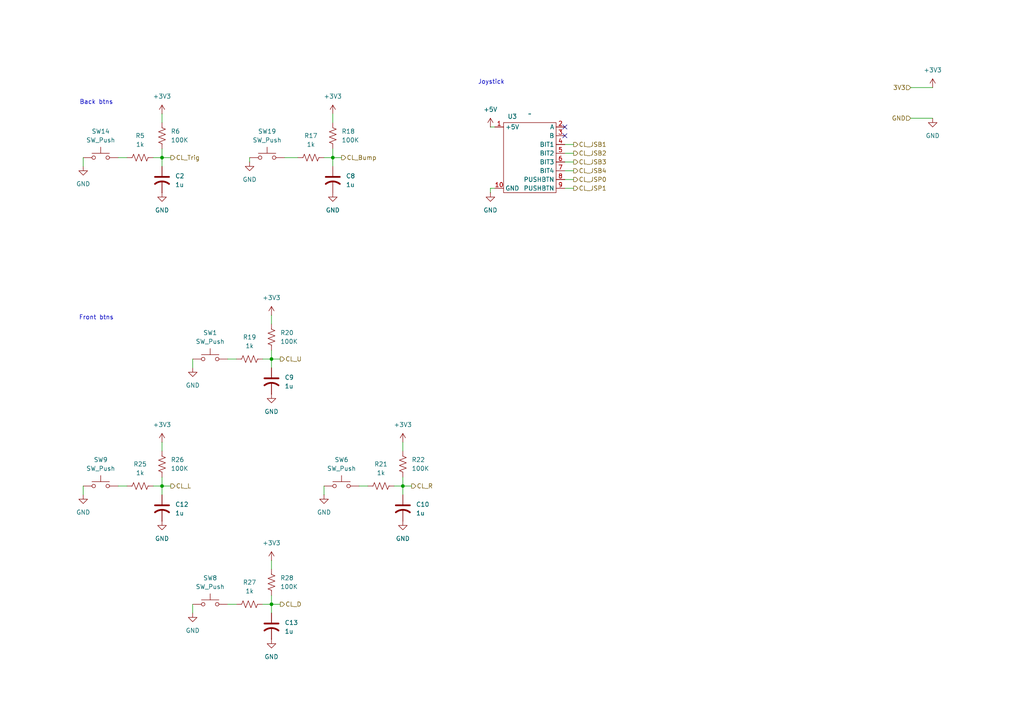
<source format=kicad_sch>
(kicad_sch (version 20250114) (generator "eeschema") (generator_version "9.0")
  (paper "A4")
  (lib_symbols
    (symbol "CM5_HighSpeedBreakout:SW_Push" (pin_numbers (hide yes)) (pin_names (offset 1.016) (hide yes))
      (property "Reference" "SW" (at 1.27 2.54 0))
      (property "Value" "SW_Push" (at 0 -1.524 0))
      (symbol "SW_Push_0_1"
        (circle (center -2.032 0) (radius 0.508))
        (polyline (pts (xy 0 1.27) (xy 0 3.048)))
        (circle (center 2.032 0) (radius 0.508))
        (polyline (pts (xy 2.54 1.27) (xy -2.54 1.27)))
        (pin passive line (at -5.08 0 0) (length 2.54) (name "1") (number "1"))
        (pin passive line (at 5.08 0 180) (length 2.54) (name "2") (number "2"))
      )
    )
    (symbol "Device:C_US" (pin_numbers (hide yes)) (pin_names (offset 0.254) (hide yes))
      (property "Reference" "C" (at 0.635 2.54 0))
      (property "Value" "C_US" (at 0.635 -2.54 0))
      (symbol "C_US_0_1"
        (polyline (pts (xy -2.032 0.762) (xy 2.032 0.762)) (stroke (width 0.508)))
        (arc (start -2.032 -1.27) (mid 0 -0.5572) (end 2.032 -1.27) (stroke (width 0.508)))
      )
      (symbol "C_US_1_1"
        (pin passive line (at 0 3.81 270) (length 2.794) (name "~") (number "1"))
        (pin passive line (at 0 -3.81 90) (length 3.302) (name "~") (number "2"))
      )
    )
    (symbol "Device:R_US" (pin_numbers (hide yes)) (pin_names (offset 0))
      (property "Reference" "R" (at 2.54 0 90))
      (property "Value" "R_US" (at -2.54 0 90))
      (symbol "R_US_0_1"
        (polyline (pts (xy 0 2.286) (xy 0 2.54)))
        (polyline (pts (xy 0 2.286) (xy 1.016 1.905) (xy 0 1.524) (xy -1.016 1.143) (xy 0 0.762)))
        (polyline (pts (xy 0 0.762) (xy 1.016 0.381) (xy 0 0) (xy -1.016 -0.381) (xy 0 -0.762)))
        (polyline (pts (xy 0 -0.762) (xy 1.016 -1.143) (xy 0 -1.524) (xy -1.016 -1.905) (xy 0 -2.286)))
        (polyline (pts (xy 0 -2.286) (xy 0 -2.54)))
      )
      (symbol "R_US_1_1"
        (pin passive line (at 0 3.81 270) (length 1.27) (name "~") (number "1"))
        (pin passive line (at 0 -3.81 90) (length 1.27) (name "~") (number "2"))
      )
    )
    (symbol "SBC_handheld:joystick_3axis"
      (property "Reference" "U" (at 0 0 0))
      (symbol "joystick_3axis_0_1"
        (rectangle (start -2.54 -1.27) (end 12.7 -21.59))
      )
      (symbol "joystick_3axis_1_1"
        (pin power_in line (at -5.08 -2.54 0) (length 2.54) (name "+5V") (number "1"))
        (pin power_in line (at -5.08 -20.32 0) (length 2.54) (name "GND") (number "10"))
        (pin output line (at 15.24 -2.54 180) (length 2.54) (name "A") (number "2"))
        (pin output line (at 15.24 -5.08 180) (length 2.54) (name "B") (number "3"))
        (pin output line (at 15.24 -7.62 180) (length 2.54) (name "BIT1") (number "4"))
        (pin output line (at 15.24 -10.16 180) (length 2.54) (name "BIT2") (number "5"))
        (pin output line (at 15.24 -12.7 180) (length 2.54) (name "BIT3") (number "6"))
        (pin output line (at 15.24 -15.24 180) (length 2.54) (name "BIT4") (number "7"))
        (pin output line (at 15.24 -17.78 180) (length 2.54) (name "PUSHBTN") (number "8"))
        (pin output line (at 15.24 -20.32 180) (length 2.54) (name "PUSHBTN") (number "9"))
      )
    )
    (symbol "power:+3V3" (power) (pin_numbers (hide yes)) (pin_names (offset 0) (hide yes))
      (property "Value" "+3V3" (at 0 3.556 0))
      (symbol "+3V3_0_1"
        (polyline (pts (xy -0.762 1.27) (xy 0 2.54)))
        (polyline (pts (xy 0 2.54) (xy 0.762 1.27)))
        (polyline (pts (xy 0 0) (xy 0 2.54)))
      )
      (symbol "+3V3_1_1"
        (pin power_in line (at 0 0 90) (length 0) (name "~") (number "1"))
      )
    )
    (symbol "power:+5V" (power) (pin_numbers (hide yes)) (pin_names (offset 0) (hide yes))
      (property "Value" "+5V" (at 0 3.556 0))
      (symbol "+5V_0_1"
        (polyline (pts (xy -0.762 1.27) (xy 0 2.54)))
        (polyline (pts (xy 0 2.54) (xy 0.762 1.27)))
        (polyline (pts (xy 0 0) (xy 0 2.54)))
      )
      (symbol "+5V_1_1"
        (pin power_in line (at 0 0 90) (length 0) (name "~") (number "1"))
      )
    )
    (symbol "power:GND" (power) (pin_numbers (hide yes)) (pin_names (offset 0) (hide yes))
      (property "Value" "GND" (at 0 -3.81 0))
      (symbol "GND_0_1"
        (polyline (pts (xy 0 0) (xy 0 -1.27) (xy 1.27 -1.27) (xy 0 -2.54) (xy -1.27 -1.27) (xy 0 -1.27)))
      )
      (symbol "GND_1_1"
        (pin power_in line (at 0 0 270) (length 0) (name "~") (number "1"))
      )
    )
  )
  (text "Front btns" (at 27.94 92.202 0) (effects (font (size 1.27 1.27))))
  (text "Back btns" (at 27.94 29.718 0) (effects (font (size 1.27 1.27))))
  (text "Joystick" (at 142.494 23.876 0) (effects (font (size 1.27 1.27))))
  (junction (at 78.74 175.26))
  (junction (at 46.99 45.72))
  (junction (at 46.99 140.97))
  (junction (at 116.84 140.97))
  (junction (at 96.52 45.72))
  (junction (at 78.74 104.14))
  (no_connect (at 163.83 36.83))
  (no_connect (at 163.83 39.37))
  (wire (pts (xy 96.52 43.18) (xy 96.52 45.72)))
  (wire (pts (xy 93.98 140.97) (xy 93.98 143.51)))
  (wire (pts (xy 55.9017 104.14) (xy 55.9017 106.68)))
  (wire (pts (xy 114.3 140.97) (xy 116.84 140.97)))
  (wire (pts (xy 116.84 130.81) (xy 116.84 128.27)))
  (wire (pts (xy 163.83 41.91) (xy 166.37 41.91)))
  (wire (pts (xy 78.74 93.98) (xy 78.74 91.44)))
  (wire (pts (xy 46.99 138.43) (xy 46.99 140.97)))
  (wire (pts (xy 24.13 140.97) (xy 24.13 143.51)))
  (wire (pts (xy 24.13 45.72) (xy 24.13 48.26)))
  (wire (pts (xy 46.99 140.97) (xy 46.99 143.51)))
  (wire (pts (xy 46.99 35.56) (xy 46.99 33.02)))
  (wire (pts (xy 72.39 45.72) (xy 72.39 46.99)))
  (wire (pts (xy 78.74 165.1) (xy 78.74 162.56)))
  (wire (pts (xy 34.29 45.72) (xy 36.83 45.72)))
  (wire (pts (xy 76.2 175.26) (xy 78.74 175.26)))
  (wire (pts (xy 264.16 34.29) (xy 270.51 34.29)))
  (wire (pts (xy 34.29 140.97) (xy 36.83 140.97)))
  (wire (pts (xy 96.52 45.72) (xy 96.52 48.26)))
  (wire (pts (xy 163.83 46.99) (xy 166.37 46.99)))
  (wire (pts (xy 82.55 45.72) (xy 86.36 45.72)))
  (wire (pts (xy 81.28 104.14) (xy 78.74 104.14)))
  (wire (pts (xy 116.84 138.43) (xy 116.84 140.97)))
  (wire (pts (xy 49.53 140.97) (xy 46.99 140.97)))
  (wire (pts (xy 142.24 54.61) (xy 143.51 54.61)))
  (wire (pts (xy 81.28 175.26) (xy 78.74 175.26)))
  (wire (pts (xy 66.04 104.14) (xy 68.58 104.14)))
  (wire (pts (xy 44.45 140.97) (xy 46.99 140.97)))
  (wire (pts (xy 104.14 140.97) (xy 106.68 140.97)))
  (wire (pts (xy 49.53 45.72) (xy 46.99 45.72)))
  (wire (pts (xy 46.99 130.81) (xy 46.99 128.27)))
  (wire (pts (xy 116.84 140.97) (xy 116.84 143.51)))
  (wire (pts (xy 46.99 43.18) (xy 46.99 45.72)))
  (wire (pts (xy 264.16 25.4) (xy 270.51 25.4)))
  (wire (pts (xy 66.04 175.26) (xy 68.58 175.26)))
  (wire (pts (xy 78.74 172.72) (xy 78.74 175.26)))
  (wire (pts (xy 46.99 45.72) (xy 46.99 48.26)))
  (wire (pts (xy 99.06 45.72) (xy 96.52 45.72)))
  (wire (pts (xy 44.45 45.72) (xy 46.99 45.72)))
  (wire (pts (xy 76.2 104.14) (xy 78.74 104.14)))
  (wire (pts (xy 93.98 45.72) (xy 96.52 45.72)))
  (wire (pts (xy 78.74 175.26) (xy 78.74 177.8)))
  (wire (pts (xy 78.74 101.6) (xy 78.74 104.14)))
  (wire (pts (xy 163.83 52.07) (xy 166.37 52.07)))
  (wire (pts (xy 55.88 175.26) (xy 55.88 177.8)))
  (wire (pts (xy 78.74 104.14) (xy 78.74 106.68)))
  (wire (pts (xy 163.83 54.61) (xy 166.37 54.61)))
  (wire (pts (xy 96.52 35.56) (xy 96.52 33.02)))
  (wire (pts (xy 163.83 44.45) (xy 166.37 44.45)))
  (wire (pts (xy 142.24 36.83) (xy 143.51 36.83)))
  (wire (pts (xy 119.38 140.97) (xy 116.84 140.97)))
  (wire (pts (xy 142.24 54.61) (xy 142.24 55.88)))
  (wire (pts (xy 163.83 49.53) (xy 166.37 49.53)))
  (hierarchical_label "CL_U" (shape output) (at 81.28 104.14 0))
  (hierarchical_label "CL_JSB2" (shape output) (at 166.37 44.45 0))
  (hierarchical_label "CL_Trig" (shape output) (at 49.53 45.72 0))
  (hierarchical_label "GND" (shape input) (at 264.16 34.29 180))
  (hierarchical_label "CL_JSP0" (shape output) (at 166.37 52.07 0))
  (hierarchical_label "CL_R" (shape output) (at 119.38 140.97 0))
  (hierarchical_label "CL_JSB1" (shape output) (at 166.37 41.91 0))
  (hierarchical_label "3V3" (shape input) (at 264.16 25.4 180))
  (hierarchical_label "CL_JSB4" (shape output) (at 166.37 49.53 0))
  (hierarchical_label "CL_Bump" (shape output) (at 99.06 45.72 0))
  (hierarchical_label "CL_D" (shape output) (at 81.28 175.26 0))
  (hierarchical_label "CL_JSB3" (shape output) (at 166.37 46.99 0))
  (hierarchical_label "CL_L" (shape output) (at 49.53 140.97 0))
  (hierarchical_label "CL_JSP1" (shape output) (at 166.37 54.61 0))
  (symbol (lib_id "power:+5V") (at 142.24 36.83 0) (unit 1)
    (property "Reference" "#PWR072" (effects (hide yes)))
    (property "Value" "+5V" (at 142.24 31.75 0))
    (property "Description" "Power symbol creates a global label with name \"+5V\"" (effects (hide yes)))
  )
  (symbol (lib_id "Device:R_US") (at 40.64 45.72 90) (unit 1)
    (property "Reference" "R5" (at 40.64 39.37 90))
    (property "Value" "1k" (at 40.64 41.91 90))
    (property "Description" "Resistor, US symbol" (effects (hide yes)))
  )
  (symbol (lib_id "power:GND") (at 270.51 34.29 0) (unit 1)
    (property "Reference" "#PWR066" (effects (hide yes)))
    (property "Value" "GND" (at 270.51 39.37 0))
    (property "Description" "Power symbol creates a global label with name \"GND\" , ground" (effects (hide yes)))
  )
  (symbol (lib_id "power:GND") (at 78.74 185.42 0) (unit 1)
    (property "Reference" "#PWR071" (effects (hide yes)))
    (property "Value" "GND" (at 78.74 190.5 0))
    (property "Description" "Power symbol creates a global label with name \"GND\" , ground" (effects (hide yes)))
  )
  (symbol (lib_id "Device:R_US") (at 78.74 168.91 0) (unit 1)
    (property "Reference" "R28" (at 81.28 167.6399 0) (effects (justify left)))
    (property "Value" "100K" (at 81.28 170.1799 0) (effects (justify left)))
    (property "Description" "Resistor, US symbol" (effects (hide yes)))
  )
  (symbol (lib_id "power:GND") (at 142.24 55.88 0) (unit 1)
    (property "Reference" "#PWR073" (effects (hide yes)))
    (property "Value" "GND" (at 142.24 60.96 0))
    (property "Description" "Power symbol creates a global label with name \"GND\" , ground" (effects (hide yes)))
  )
  (symbol (lib_id "power:+3V3") (at 270.51 25.4 0) (unit 1)
    (property "Reference" "#PWR065" (effects (hide yes)))
    (property "Value" "+3V3" (at 270.51 20.32 0))
    (property "Description" "Power symbol creates a global label with name \"+3V3\"" (effects (hide yes)))
  )
  (symbol (lib_id "Device:C_US") (at 116.84 147.32 0) (unit 1)
    (property "Reference" "C10" (at 120.65 146.3039 0) (effects (justify left)))
    (property "Value" "1u" (at 120.65 148.8439 0) (effects (justify left)))
    (property "Description" "capacitor, US symbol" (effects (hide yes)))
  )
  (symbol (lib_id "power:GND") (at 78.74 114.3 0) (unit 1)
    (property "Reference" "#PWR061" (effects (hide yes)))
    (property "Value" "GND" (at 78.74 119.38 0))
    (property "Description" "Power symbol creates a global label with name \"GND\" , ground" (effects (hide yes)))
  )
  (symbol (lib_id "power:GND") (at 96.52 55.88 0) (unit 1)
    (property "Reference" "#PWR057" (effects (hide yes)))
    (property "Value" "GND" (at 96.52 60.96 0))
    (property "Description" "Power symbol creates a global label with name \"GND\" , ground" (effects (hide yes)))
  )
  (symbol (lib_id "CM5_HighSpeedBreakout:SW_Push") (at 29.21 45.72 0) (unit 1)
    (property "Reference" "SW14" (at 29.21 38.1 0))
    (property "Value" "SW_Push" (at 29.21 40.64 0))
    (property "Description" "Push button switch, generic, two pins" (effects (hide yes)))
  )
  (symbol (lib_id "power:GND") (at 46.99 151.13 0) (unit 1)
    (property "Reference" "#PWR068" (effects (hide yes)))
    (property "Value" "GND" (at 46.99 156.21 0))
    (property "Description" "Power symbol creates a global label with name \"GND\" , ground" (effects (hide yes)))
  )
  (symbol (lib_id "power:GND") (at 55.9017 106.68 0) (unit 1)
    (property "Reference" "#PWR054" (effects (hide yes)))
    (property "Value" "GND" (at 55.9017 111.76 0))
    (property "Description" "Power symbol creates a global label with name \"GND\" , ground" (effects (hide yes)))
  )
  (symbol (lib_id "power:+3V3") (at 78.74 91.44 0) (unit 1)
    (property "Reference" "#PWR059" (effects (hide yes)))
    (property "Value" "+3V3" (at 78.74 86.36 0))
    (property "Description" "Power symbol creates a global label with name \"+3V3\"" (effects (hide yes)))
  )
  (symbol (lib_id "Device:R_US") (at 78.74 97.79 0) (unit 1)
    (property "Reference" "R20" (at 81.28 96.5199 0) (effects (justify left)))
    (property "Value" "100K" (at 81.28 99.0599 0) (effects (justify left)))
    (property "Description" "Resistor, US symbol" (effects (hide yes)))
  )
  (symbol (lib_id "power:GND") (at 24.13 48.26 0) (unit 1)
    (property "Reference" "#PWR052" (effects (hide yes)))
    (property "Value" "GND" (at 24.13 53.34 0))
    (property "Description" "Power symbol creates a global label with name \"GND\" , ground" (effects (hide yes)))
  )
  (symbol (lib_id "power:+3V3") (at 78.74 162.56 0) (unit 1)
    (property "Reference" "#PWR070" (effects (hide yes)))
    (property "Value" "+3V3" (at 78.74 157.48 0))
    (property "Description" "Power symbol creates a global label with name \"+3V3\"" (effects (hide yes)))
  )
  (symbol (lib_id "Device:R_US") (at 110.49 140.97 90) (unit 1)
    (property "Reference" "R21" (at 110.49 134.62 90))
    (property "Value" "1k" (at 110.49 137.16 90))
    (property "Description" "Resistor, US symbol" (effects (hide yes)))
  )
  (symbol (lib_id "power:+3V3") (at 46.99 128.27 0) (unit 1)
    (property "Reference" "#PWR067" (effects (hide yes)))
    (property "Value" "+3V3" (at 46.99 123.19 0))
    (property "Description" "Power symbol creates a global label with name \"+3V3\"" (effects (hide yes)))
  )
  (symbol (lib_id "Device:R_US") (at 46.99 39.37 0) (unit 1)
    (property "Reference" "R6" (at 49.53 38.0999 0) (effects (justify left)))
    (property "Value" "100K" (at 49.53 40.6399 0) (effects (justify left)))
    (property "Description" "Resistor, US symbol" (effects (hide yes)))
  )
  (symbol (lib_id "power:GND") (at 72.39 46.99 0) (unit 1)
    (property "Reference" "#PWR062" (effects (hide yes)))
    (property "Value" "GND" (at 72.39 52.07 0))
    (property "Description" "Power symbol creates a global label with name \"GND\" , ground" (effects (hide yes)))
  )
  (symbol (lib_id "Device:C_US") (at 96.52 52.07 0) (unit 1)
    (property "Reference" "C8" (at 100.33 51.0539 0) (effects (justify left)))
    (property "Value" "1u" (at 100.33 53.5939 0) (effects (justify left)))
    (property "Description" "capacitor, US symbol" (effects (hide yes)))
  )
  (symbol (lib_id "Device:R_US") (at 96.52 39.37 0) (unit 1)
    (property "Reference" "R18" (at 99.06 38.0999 0) (effects (justify left)))
    (property "Value" "100K" (at 99.06 40.6399 0) (effects (justify left)))
    (property "Description" "Resistor, US symbol" (effects (hide yes)))
  )
  (symbol (lib_id "Device:R_US") (at 72.39 104.14 90) (unit 1)
    (property "Reference" "R19" (at 72.39 97.79 90))
    (property "Value" "1k" (at 72.39 100.33 90))
    (property "Description" "Resistor, US symbol" (effects (hide yes)))
  )
  (symbol (lib_id "power:+3V3") (at 46.99 33.02 0) (unit 1)
    (property "Reference" "#PWR030" (effects (hide yes)))
    (property "Value" "+3V3" (at 46.99 27.94 0))
    (property "Description" "Power symbol creates a global label with name \"+3V3\"" (effects (hide yes)))
  )
  (symbol (lib_id "Device:R_US") (at 46.99 134.62 0) (unit 1)
    (property "Reference" "R26" (at 49.53 133.3499 0) (effects (justify left)))
    (property "Value" "100K" (at 49.53 135.8899 0) (effects (justify left)))
    (property "Description" "Resistor, US symbol" (effects (hide yes)))
  )
  (symbol (lib_id "CM5_HighSpeedBreakout:SW_Push") (at 60.96 175.26 0) (unit 1)
    (property "Reference" "SW8" (at 60.96 167.64 0))
    (property "Value" "SW_Push" (at 60.96 170.18 0))
    (property "Description" "Push button switch, generic, two pins" (effects (hide yes)))
  )
  (symbol (lib_id "power:+3V3") (at 96.52 33.02 0) (unit 1)
    (property "Reference" "#PWR056" (effects (hide yes)))
    (property "Value" "+3V3" (at 96.52 27.94 0))
    (property "Description" "Power symbol creates a global label with name \"+3V3\"" (effects (hide yes)))
  )
  (symbol (lib_id "power:GND") (at 93.98 143.51 0) (unit 1)
    (property "Reference" "#PWR060" (effects (hide yes)))
    (property "Value" "GND" (at 93.98 148.59 0))
    (property "Description" "Power symbol creates a global label with name \"GND\" , ground" (effects (hide yes)))
  )
  (symbol (lib_id "CM5_HighSpeedBreakout:SW_Push") (at 77.47 45.72 0) (unit 1)
    (property "Reference" "SW19" (at 77.47 38.1 0))
    (property "Value" "SW_Push" (at 77.47 40.64 0))
    (property "Description" "Push button switch, generic, two pins" (effects (hide yes)))
  )
  (symbol (lib_id "Device:R_US") (at 40.64 140.97 90) (unit 1)
    (property "Reference" "R25" (at 40.64 134.62 90))
    (property "Value" "1k" (at 40.64 137.16 90))
    (property "Description" "Resistor, US symbol" (effects (hide yes)))
  )
  (symbol (lib_id "Device:R_US") (at 72.39 175.26 90) (unit 1)
    (property "Reference" "R27" (at 72.39 168.91 90))
    (property "Value" "1k" (at 72.39 171.45 90))
    (property "Description" "Resistor, US symbol" (effects (hide yes)))
  )
  (symbol (lib_id "Device:C_US") (at 46.99 52.07 0) (unit 1)
    (property "Reference" "C2" (at 50.8 51.0539 0) (effects (justify left)))
    (property "Value" "1u" (at 50.8 53.5939 0) (effects (justify left)))
    (property "Description" "capacitor, US symbol" (effects (hide yes)))
  )
  (symbol (lib_id "Device:C_US") (at 46.99 147.32 0) (unit 1)
    (property "Reference" "C12" (at 50.8 146.3039 0) (effects (justify left)))
    (property "Value" "1u" (at 50.8 148.8439 0) (effects (justify left)))
    (property "Description" "capacitor, US symbol" (effects (hide yes)))
  )
  (symbol (lib_id "Device:C_US") (at 78.74 110.49 0) (unit 1)
    (property "Reference" "C9" (at 82.55 109.4739 0) (effects (justify left)))
    (property "Value" "1u" (at 82.55 112.0139 0) (effects (justify left)))
    (property "Description" "capacitor, US symbol" (effects (hide yes)))
  )
  (symbol (lib_id "CM5_HighSpeedBreakout:SW_Push") (at 99.06 140.97 0) (unit 1)
    (property "Reference" "SW6" (at 99.06 133.35 0))
    (property "Value" "SW_Push" (at 99.06 135.89 0))
    (property "Description" "Push button switch, generic, two pins" (effects (hide yes)))
  )
  (symbol (lib_id "power:GND") (at 46.99 55.88 0) (unit 1)
    (property "Reference" "#PWR044" (effects (hide yes)))
    (property "Value" "GND" (at 46.99 60.96 0))
    (property "Description" "Power symbol creates a global label with name \"GND\" , ground" (effects (hide yes)))
  )
  (symbol (lib_id "CM5_HighSpeedBreakout:SW_Push") (at 60.96 104.14 0) (unit 1)
    (property "Reference" "SW1" (at 60.96 96.52 0))
    (property "Value" "SW_Push" (at 60.96 99.06 0))
    (property "Description" "Push button switch, generic, two pins" (effects (hide yes)))
  )
  (symbol (lib_id "power:GND") (at 55.88 177.8 0) (unit 1)
    (property "Reference" "#PWR055" (effects (hide yes)))
    (property "Value" "GND" (at 55.88 182.88 0))
    (property "Description" "Power symbol creates a global label with name \"GND\" , ground" (effects (hide yes)))
  )
  (symbol (lib_id "Device:R_US") (at 116.84 134.62 0) (unit 1)
    (property "Reference" "R22" (at 119.38 133.3499 0) (effects (justify left)))
    (property "Value" "100K" (at 119.38 135.8899 0) (effects (justify left)))
    (property "Description" "Resistor, US symbol" (effects (hide yes)))
  )
  (symbol (lib_id "Device:C_US") (at 78.74 181.61 0) (unit 1)
    (property "Reference" "C13" (at 82.55 180.5939 0) (effects (justify left)))
    (property "Value" "1u" (at 82.55 183.1339 0) (effects (justify left)))
    (property "Description" "capacitor, US symbol" (effects (hide yes)))
  )
  (symbol (lib_id "power:+3V3") (at 116.84 128.27 0) (unit 1)
    (property "Reference" "#PWR063" (effects (hide yes)))
    (property "Value" "+3V3" (at 116.84 123.19 0))
    (property "Description" "Power symbol creates a global label with name \"+3V3\"" (effects (hide yes)))
  )
  (symbol (lib_id "CM5_HighSpeedBreakout:SW_Push") (at 29.21 140.97 0) (unit 1)
    (property "Reference" "SW9" (at 29.21 133.35 0))
    (property "Value" "SW_Push" (at 29.21 135.89 0))
    (property "Description" "Push button switch, generic, two pins" (effects (hide yes)))
  )
  (symbol (lib_id "power:GND") (at 116.84 151.13 0) (unit 1)
    (property "Reference" "#PWR064" (effects (hide yes)))
    (property "Value" "GND" (at 116.84 156.21 0))
    (property "Description" "Power symbol creates a global label with name \"GND\" , ground" (effects (hide yes)))
  )
  (symbol (lib_id "SBC_handheld:joystick_3axis") (at 148.59 34.29 0) (unit 1)
    (property "Reference" "U3" (at 148.59 33.782 0))
    (property "Value" "~" (at 153.67 33.02 0))
  )
  (symbol (lib_id "power:GND") (at 24.13 143.51 0) (unit 1)
    (property "Reference" "#PWR051" (effects (hide yes)))
    (property "Value" "GND" (at 24.13 148.59 0))
    (property "Description" "Power symbol creates a global label with name \"GND\" , ground" (effects (hide yes)))
  )
  (symbol (lib_id "Device:R_US") (at 90.17 45.72 90) (unit 1)
    (property "Reference" "R17" (at 90.17 39.37 90))
    (property "Value" "1k" (at 90.17 41.91 90))
    (property "Description" "Resistor, US symbol" (effects (hide yes)))
  )
)
</source>
